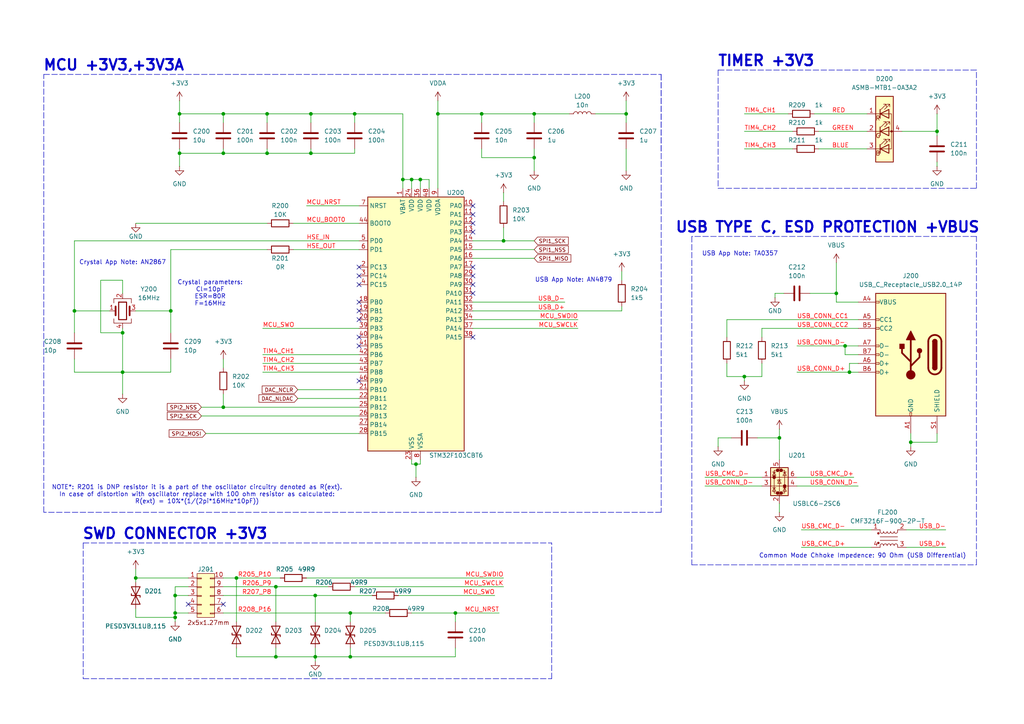
<source format=kicad_sch>
(kicad_sch (version 20231120) (generator "eeschema") (generator_version "8.0")
  (paper "A4")
  (title_block (title "MCU Circuitry") (date "2024-07-24") (company "Head-Pin (TS)"))
  (lib_symbols
    (symbol "Connector:Conn_SWD_2x5_ADACUS"
      (property "Reference" "J" (at -4.572 11.176 0))
      (symbol "Conn_SWD_2x5_ADACUS_1_1"
        (text "2x5x1.27mm\n" (at -1.778 -4.064 0) (effects (font (size 1.27 1.27))))
        (pin passive line (at -7.62 8.89 0) (length 2.54) (name "") (number "1"))
        (pin passive line (at 2.54 8.89 180) (length 2.54) (name "") (number "10"))
        (pin passive line (at -7.62 6.35 0) (length 2.54) (name "") (number "2"))
        (pin passive line (at -7.62 3.81 0) (length 2.54) (name "") (number "3"))
        (pin passive line (at -7.62 1.27 0) (length 2.54) (name "") (number "4"))
        (pin passive line (at -7.62 -1.27 0) (length 2.54) (name "") (number "5"))
        (pin passive line (at 2.54 -1.27 180) (length 2.54) (name "") (number "6"))
        (pin passive line (at 2.54 1.27 180) (length 2.54) (name "") (number "7"))
        (pin passive line (at 2.54 3.81 180) (length 2.54) (name "") (number "8"))
        (pin passive line (at 2.54 6.35 180) (length 2.54) (name "") (number "9"))
      )
    )
    (symbol "Connector:USB_C_Receptacle_USB2.0_14P" (pin_names (offset 1.016))
      (property "Reference" "J" (at 0 22.225 0))
      (property "Value" "USB_C_Receptacle_USB2.0_14P" (at 0 19.685 0))
      (symbol "USB_C_Receptacle_USB2.0_14P_1_1"
        (pin passive line (at 0 -22.86 90) (length 5.08) (name "GND") (number "A1"))
        (pin passive line (at 0 -22.86 90) (length 5.08) hide (name "GND") (number "A12"))
        (pin passive line (at 15.24 15.24 180) (length 5.08) (name "VBUS") (number "A4"))
        (pin bidirectional line (at 15.24 10.16 180) (length 5.08) (name "CC1") (number "A5"))
        (pin bidirectional line (at 15.24 -2.54 180) (length 5.08) (name "D+") (number "A6"))
        (pin bidirectional line (at 15.24 2.54 180) (length 5.08) (name "D-") (number "A7"))
        (pin passive line (at 15.24 15.24 180) (length 5.08) hide (name "VBUS") (number "A9"))
        (pin passive line (at 0 -22.86 90) (length 5.08) hide (name "GND") (number "B1"))
        (pin passive line (at 0 -22.86 90) (length 5.08) hide (name "GND") (number "B12"))
        (pin passive line (at 15.24 15.24 180) (length 5.08) hide (name "VBUS") (number "B4"))
        (pin bidirectional line (at 15.24 7.62 180) (length 5.08) (name "CC2") (number "B5"))
        (pin bidirectional line (at 15.24 -5.08 180) (length 5.08) (name "D+") (number "B6"))
        (pin bidirectional line (at 15.24 0 180) (length 5.08) (name "D-") (number "B7"))
        (pin passive line (at 15.24 15.24 180) (length 5.08) hide (name "VBUS") (number "B9"))
        (pin passive line (at -7.62 -22.86 90) (length 5.08) (name "SHIELD") (number "S1"))
      )
    )
    (symbol "Device:C" (pin_numbers hide) (pin_names (offset 0.254))
      (property "Reference" "C" (at 0.635 2.54 0))
      (property "Value" "C" (at 0.635 -2.54 0))
      (symbol "C_1_1"
        (pin passive line (at 0 3.81 270) (length 2.794) (name "~") (number "1"))
        (pin passive line (at 0 -3.81 90) (length 2.794) (name "~") (number "2"))
      )
    )
    (symbol "Device:Crystal_GND24" (pin_names (offset 1.016) hide)
      (property "Reference" "Y" (at 3.175 5.08 0))
      (property "Value" "Crystal_GND24" (at 3.175 3.175 0))
      (symbol "Crystal_GND24_1_1"
        (pin passive line (at -3.81 0 0) (length 1.27) (name "1") (number "1"))
        (pin passive line (at 0 5.08 270) (length 1.27) (name "2") (number "2"))
        (pin passive line (at 3.81 0 180) (length 1.27) (name "3") (number "3"))
        (pin passive line (at 0 -5.08 90) (length 1.27) (name "4") (number "4"))
      )
    )
    (symbol "Device:D_TVS" (pin_numbers hide) (pin_names (offset 1.016) hide)
      (property "Reference" "D" (at 0 2.54 0))
      (property "Value" "D_TVS" (at 0 -2.54 0))
      (symbol "D_TVS_1_1"
        (pin passive line (at -3.81 0 0) (length 2.54) (name "A1") (number "1"))
        (pin passive line (at 3.81 0 180) (length 2.54) (name "A2") (number "2"))
      )
    )
    (symbol "Device:L" (pin_numbers hide) (pin_names (offset 1.016) hide)
      (property "Reference" "L" (at -1.27 0 90))
      (property "Value" "L" (at 1.905 0 90))
      (symbol "L_1_1"
        (pin passive line (at 0 3.81 270) (length 1.27) (name "1") (number "1"))
        (pin passive line (at 0 -3.81 90) (length 1.27) (name "2") (number "2"))
      )
    )
    (symbol "Device:R" (pin_numbers hide) (pin_names (offset 0))
      (property "Reference" "R" (at 2.032 0 90))
      (property "Value" "R" (at 0 0 90))
      (symbol "R_1_1"
        (pin passive line (at 0 3.81 270) (length 1.27) (name "~") (number "1"))
        (pin passive line (at 0 -3.81 90) (length 1.27) (name "~") (number "2"))
      )
    )
    (symbol "Filter:Choke_Coilcraft_0603USB-142" (pin_names (offset 0.254) hide)
      (property "Reference" "FL" (at 0 4.445 0))
      (property "Value" "Choke_Coilcraft_0603USB-142" (at 0 -4.445 0))
      (symbol "Choke_Coilcraft_0603USB-142_1_1"
        (pin passive line (at -5.08 2.54 0) (length 2.54) (name "1") (number "1"))
        (pin passive line (at 5.08 2.54 180) (length 2.54) (name "2") (number "2"))
        (pin passive line (at 5.08 -2.54 180) (length 2.54) (name "3") (number "3"))
        (pin passive line (at -5.08 -2.54 0) (length 2.54) (name "4") (number "4"))
      )
    )
    (symbol "LED:ASMB-MTB1-0A3A2" (pin_names (offset 0) hide)
      (property "Reference" "D" (at 0 12.7 0))
      (property "Value" "ASMB-MTB1-0A3A2" (at 1.27 -11.43 0))
      (symbol "ASMB-MTB1-0A3A2_0_0"
        (text "B" (at -1.905 -6.35 0) (effects (font (size 1.27 1.27))))
        (text "G" (at -1.905 -1.27 0) (effects (font (size 1.27 1.27))))
        (text "R" (at -1.905 3.81 0) (effects (font (size 1.27 1.27))))
      )
      (symbol "ASMB-MTB1-0A3A2_1_1"
        (pin passive line (at -5.08 5.08 0) (length 2.54) (name "RK") (number "1"))
        (pin passive line (at -5.08 0 0) (length 2.54) (name "GK") (number "2"))
        (pin passive line (at -5.08 -5.08 0) (length 2.54) (name "BK") (number "3"))
        (pin passive line (at 5.08 0 180) (length 2.54) (name "A") (number "4"))
      )
    )
    (symbol "MCU_ST_STM32F1:STM32F103CBTx"
      (property "Reference" "U" (at -12.7 39.37 0))
      (property "Value" "STM32F103CBTx" (at 10.16 39.37 0))
      (symbol "STM32F103CBTx_1_1"
        (pin power_in line (at -2.54 40.64 270) (length 2.54) (name "VBAT") (number "1"))
        (pin bidirectional line (at 17.78 35.56 180) (length 2.54) (name "PA0") (number "10"))
        (pin bidirectional line (at 17.78 33.02 180) (length 2.54) (name "PA1") (number "11"))
        (pin bidirectional line (at 17.78 30.48 180) (length 2.54) (name "PA2") (number "12"))
        (pin bidirectional line (at 17.78 27.94 180) (length 2.54) (name "PA3") (number "13"))
        (pin bidirectional line (at 17.78 25.4 180) (length 2.54) (name "PA4") (number "14"))
        (pin bidirectional line (at 17.78 22.86 180) (length 2.54) (name "PA5") (number "15"))
        (pin bidirectional line (at 17.78 20.32 180) (length 2.54) (name "PA6") (number "16"))
        (pin bidirectional line (at 17.78 17.78 180) (length 2.54) (name "PA7") (number "17"))
        (pin bidirectional line (at -15.24 7.62 0) (length 2.54) (name "PB0") (number "18"))
        (pin bidirectional line (at -15.24 5.08 0) (length 2.54) (name "PB1") (number "19"))
        (pin bidirectional line (at -15.24 17.78 0) (length 2.54) (name "PC13") (number "2"))
        (pin bidirectional line (at -15.24 2.54 0) (length 2.54) (name "PB2") (number "20"))
        (pin bidirectional line (at -15.24 -17.78 0) (length 2.54) (name "PB10") (number "21"))
        (pin bidirectional line (at -15.24 -20.32 0) (length 2.54) (name "PB11") (number "22"))
        (pin power_in line (at 0 -38.1 90) (length 2.54) (name "VSS") (number "23"))
        (pin power_in line (at 0 40.64 270) (length 2.54) (name "VDD") (number "24"))
        (pin bidirectional line (at -15.24 -22.86 0) (length 2.54) (name "PB12") (number "25"))
        (pin bidirectional line (at -15.24 -25.4 0) (length 2.54) (name "PB13") (number "26"))
        (pin bidirectional line (at -15.24 -27.94 0) (length 2.54) (name "PB14") (number "27"))
        (pin bidirectional line (at -15.24 -30.48 0) (length 2.54) (name "PB15") (number "28"))
        (pin bidirectional line (at 17.78 15.24 180) (length 2.54) (name "PA8") (number "29"))
        (pin bidirectional line (at -15.24 15.24 0) (length 2.54) (name "PC14") (number "3"))
        (pin bidirectional line (at 17.78 12.7 180) (length 2.54) (name "PA9") (number "30"))
        (pin bidirectional line (at 17.78 10.16 180) (length 2.54) (name "PA10") (number "31"))
        (pin bidirectional line (at 17.78 7.62 180) (length 2.54) (name "PA11") (number "32"))
        (pin bidirectional line (at 17.78 5.08 180) (length 2.54) (name "PA12") (number "33"))
        (pin bidirectional line (at 17.78 2.54 180) (length 2.54) (name "PA13") (number "34"))
        (pin passive line (at 0 -38.1 90) (length 2.54) hide (name "VSS") (number "35"))
        (pin power_in line (at 2.54 40.64 270) (length 2.54) (name "VDD") (number "36"))
        (pin bidirectional line (at 17.78 0 180) (length 2.54) (name "PA14") (number "37"))
        (pin bidirectional line (at 17.78 -2.54 180) (length 2.54) (name "PA15") (number "38"))
        (pin bidirectional line (at -15.24 0 0) (length 2.54) (name "PB3") (number "39"))
        (pin bidirectional line (at -15.24 12.7 0) (length 2.54) (name "PC15") (number "4"))
        (pin bidirectional line (at -15.24 -2.54 0) (length 2.54) (name "PB4") (number "40"))
        (pin bidirectional line (at -15.24 -5.08 0) (length 2.54) (name "PB5") (number "41"))
        (pin bidirectional line (at -15.24 -7.62 0) (length 2.54) (name "PB6") (number "42"))
        (pin bidirectional line (at -15.24 -10.16 0) (length 2.54) (name "PB7") (number "43"))
        (pin input line (at -15.24 30.48 0) (length 2.54) (name "BOOT0") (number "44"))
        (pin bidirectional line (at -15.24 -12.7 0) (length 2.54) (name "PB8") (number "45"))
        (pin bidirectional line (at -15.24 -15.24 0) (length 2.54) (name "PB9") (number "46"))
        (pin passive line (at 0 -38.1 90) (length 2.54) hide (name "VSS") (number "47"))
        (pin power_in line (at 5.08 40.64 270) (length 2.54) (name "VDD") (number "48"))
        (pin bidirectional line (at -15.24 25.4 0) (length 2.54) (name "PD0") (number "5"))
        (pin bidirectional line (at -15.24 22.86 0) (length 2.54) (name "PD1") (number "6"))
        (pin input line (at -15.24 35.56 0) (length 2.54) (name "NRST") (number "7"))
        (pin power_in line (at 2.54 -38.1 90) (length 2.54) (name "VSSA") (number "8"))
        (pin power_in line (at 7.62 40.64 270) (length 2.54) (name "VDDA") (number "9"))
      )
    )
    (symbol "Power_Protection:USBLC6-2SC6" (pin_names hide)
      (property "Reference" "U" (at 0.635 5.715 0))
      (property "Value" "USBLC6-2SC6" (at 0.635 3.81 0))
      (symbol "USBLC6-2SC6_1_1"
        (pin passive line (at -5.08 0 0) (length 2.54) (name "I/O1") (number "1"))
        (pin passive line (at 0 -7.62 90) (length 2.54) (name "GND") (number "2"))
        (pin passive line (at -5.08 -2.54 0) (length 2.54) (name "I/O2") (number "3"))
        (pin passive line (at 5.08 -2.54 180) (length 2.54) (name "I/O2") (number "4"))
        (pin passive line (at 0 5.08 270) (length 2.54) (name "VBUS") (number "5"))
        (pin passive line (at 5.08 0 180) (length 2.54) (name "I/O1") (number "6"))
      )
    )
    (symbol "power:+3V3" (power) (pin_numbers hide) (pin_names (offset 0) hide)
      (property "Value" "+3V3" (at 0 3.556 0))
      (symbol "+3V3_1_1"
        (pin power_in line (at 0 0 90) (length 0) (name "~") (number "1"))
      )
    )
    (symbol "power:GND" (power) (pin_numbers hide) (pin_names (offset 0) hide)
      (property "Value" "GND" (at 0 -3.81 0))
      (symbol "GND_1_1"
        (pin power_in line (at 0 0 270) (length 0) (name "~") (number "1"))
      )
    )
    (symbol "power:VBUS" (power) (pin_numbers hide) (pin_names (offset 0) hide)
      (property "Value" "VBUS" (at 0 3.556 0))
      (symbol "VBUS_1_1"
        (pin power_in line (at 0 0 90) (length 0) (name "~") (number "1"))
      )
    )
    (symbol "power:VDDA" (power) (pin_numbers hide) (pin_names (offset 0) hide)
      (property "Value" "VDDA" (at 0 3.556 0))
      (symbol "VDDA_1_1"
        (pin power_in line (at 0 0 90) (length 0) (name "~") (number "1"))
      )
    )
  )
  (junction (at 101.6 190.5))
  (junction (at 52.07 33.02))
  (junction (at 154.94 33.02))
  (junction (at 91.44 190.5))
  (junction (at 64.77 118.11))
  (junction (at 21.59 90.17))
  (junction (at 64.77 33.02))
  (junction (at 90.17 33.02))
  (junction (at 101.6 177.8))
  (junction (at 50.8 172.72))
  (junction (at 52.07 44.45))
  (junction (at 80.01 190.5))
  (junction (at 264.16 128.27))
  (junction (at 271.78 38.1))
  (junction (at 50.8 177.8))
  (junction (at 80.01 170.18))
  (junction (at 215.9 109.22))
  (junction (at 39.37 167.64))
  (junction (at 35.56 96.52))
  (junction (at 68.58 167.64))
  (junction (at 181.61 33.02))
  (junction (at 77.47 33.02))
  (junction (at 35.56 107.95))
  (junction (at 121.92 52.07))
  (junction (at 50.8 179.07))
  (junction (at 49.53 90.17))
  (junction (at 91.44 172.72))
  (junction (at 132.08 177.8))
  (junction (at 146.05 69.85))
  (junction (at 139.7 33.02))
  (junction (at 242.57 85.09))
  (junction (at 226.06 127))
  (junction (at 102.87 33.02))
  (junction (at 154.94 45.72))
  (junction (at 246.38 107.95))
  (junction (at 120.65 134.62))
  (junction (at 245.11 100.33))
  (junction (at 64.77 44.45))
  (junction (at 116.84 52.07))
  (junction (at 119.38 52.07))
  (junction (at 77.47 44.45))
  (junction (at 127 33.02))
  (junction (at 90.17 44.45))
  (no_connect (at 104.14 82.55))
  (no_connect (at 137.16 85.09))
  (no_connect (at 137.16 62.23))
  (no_connect (at 137.16 59.69))
  (no_connect (at 104.14 87.63))
  (no_connect (at 104.14 97.79))
  (no_connect (at 137.16 64.77))
  (no_connect (at 104.14 90.17))
  (no_connect (at 137.16 67.31))
  (no_connect (at 137.16 77.47))
  (no_connect (at 104.14 110.49))
  (no_connect (at 137.16 97.79))
  (no_connect (at 137.16 82.55))
  (no_connect (at 137.16 80.01))
  (no_connect (at 64.77 175.26))
  (no_connect (at 104.14 100.33))
  (no_connect (at 54.61 175.26))
  (no_connect (at 104.14 92.71))
  (no_connect (at 104.14 77.47))
  (no_connect (at 104.14 80.01))
  (wire (pts (xy 76.2 95.25) (xy 104.14 95.25)))
  (wire (pts (xy 127 33.02) (xy 139.7 33.02)))
  (wire (pts (xy 231.14 100.33) (xy 245.11 100.33)))
  (wire (pts (xy 35.56 85.09) (xy 35.56 81.28)))
  (polyline (pts (xy 200.66 68.58) (xy 200.66 163.83)) (stroke (width 0) (type dash)))
  (wire (pts (xy 88.9 167.64) (xy 146.05 167.64)))
  (wire (pts (xy 224.79 85.09) (xy 224.79 86.36)))
  (wire (pts (xy 39.37 167.64) (xy 39.37 168.91)))
  (wire (pts (xy 132.08 177.8) (xy 144.78 177.8)))
  (wire (pts (xy 52.07 43.18) (xy 52.07 44.45)))
  (wire (pts (xy 146.05 66.04) (xy 146.05 69.85)))
  (wire (pts (xy 232.41 158.75) (xy 252.73 158.75)))
  (wire (pts (xy 271.78 33.02) (xy 271.78 38.1)))
  (wire (pts (xy 52.07 33.02) (xy 52.07 35.56)))
  (wire (pts (xy 262.89 153.67) (xy 274.32 153.67)))
  (wire (pts (xy 120.65 134.62) (xy 121.92 134.62)))
  (wire (pts (xy 139.7 33.02) (xy 154.94 33.02)))
  (polyline (pts (xy 208.28 20.32) (xy 208.28 20.32)))
  (wire (pts (xy 91.44 187.96) (xy 91.44 190.5)))
  (wire (pts (xy 52.07 33.02) (xy 64.77 33.02)))
  (polyline (pts (xy 191.77 21.59) (xy 191.77 44.45)) (stroke (width 0) (type dash)))
  (wire (pts (xy 77.47 43.18) (xy 77.47 44.45)))
  (wire (pts (xy 154.94 43.18) (xy 154.94 45.72)))
  (wire (pts (xy 50.8 179.07) (xy 50.8 180.34)))
  (wire (pts (xy 90.17 33.02) (xy 102.87 33.02)))
  (wire (pts (xy 132.08 177.8) (xy 132.08 180.34)))
  (wire (pts (xy 226.06 127) (xy 226.06 133.35)))
  (wire (pts (xy 139.7 33.02) (xy 139.7 35.56)))
  (polyline (pts (xy 283.21 20.32) (xy 208.28 20.32)) (stroke (width 0) (type dash)))
  (wire (pts (xy 49.53 90.17) (xy 49.53 96.52)))
  (wire (pts (xy 102.87 170.18) (xy 146.05 170.18)))
  (wire (pts (xy 210.82 109.22) (xy 215.9 109.22)))
  (wire (pts (xy 137.16 92.71) (xy 167.64 92.71)))
  (wire (pts (xy 21.59 90.17) (xy 21.59 96.52)))
  (wire (pts (xy 146.05 69.85) (xy 154.94 69.85)))
  (wire (pts (xy 104.14 69.85) (xy 21.59 69.85)))
  (wire (pts (xy 248.92 105.41) (xy 246.38 105.41)))
  (wire (pts (xy 231.14 107.95) (xy 246.38 107.95)))
  (wire (pts (xy 102.87 33.02) (xy 102.87 35.56)))
  (wire (pts (xy 119.38 177.8) (xy 132.08 177.8)))
  (wire (pts (xy 39.37 90.17) (xy 49.53 90.17)))
  (wire (pts (xy 220.98 105.41) (xy 220.98 109.22)))
  (wire (pts (xy 154.94 35.56) (xy 154.94 33.02)))
  (wire (pts (xy 80.01 190.5) (xy 91.44 190.5)))
  (wire (pts (xy 139.7 45.72) (xy 154.94 45.72)))
  (wire (pts (xy 137.16 69.85) (xy 146.05 69.85)))
  (polyline (pts (xy 160.02 196.85) (xy 160.02 157.48)) (stroke (width 0) (type dash)))
  (wire (pts (xy 127 33.02) (xy 127 54.61)))
  (wire (pts (xy 64.77 33.02) (xy 77.47 33.02)))
  (wire (pts (xy 119.38 134.62) (xy 120.65 134.62)))
  (wire (pts (xy 54.61 177.8) (xy 50.8 177.8)))
  (wire (pts (xy 64.77 104.14) (xy 64.77 106.68)))
  (wire (pts (xy 35.56 107.95) (xy 49.53 107.95)))
  (wire (pts (xy 52.07 33.02) (xy 52.07 29.21)))
  (wire (pts (xy 119.38 54.61) (xy 119.38 52.07)))
  (wire (pts (xy 76.2 105.41) (xy 104.14 105.41)))
  (polyline (pts (xy 191.77 148.59) (xy 12.7 148.59)) (stroke (width 0) (type dash)))
  (polyline (pts (xy 24.13 157.48) (xy 24.13 196.85)) (stroke (width 0) (type dash)))
  (wire (pts (xy 237.49 38.1) (xy 251.46 38.1)))
  (wire (pts (xy 119.38 133.35) (xy 119.38 134.62)))
  (wire (pts (xy 236.22 33.02) (xy 251.46 33.02)))
  (wire (pts (xy 219.71 127) (xy 226.06 127)))
  (wire (pts (xy 215.9 38.1) (xy 229.87 38.1)))
  (wire (pts (xy 210.82 105.41) (xy 210.82 109.22)))
  (wire (pts (xy 248.92 87.63) (xy 242.57 87.63)))
  (wire (pts (xy 234.95 85.09) (xy 242.57 85.09)))
  (wire (pts (xy 64.77 44.45) (xy 77.47 44.45)))
  (wire (pts (xy 90.17 33.02) (xy 90.17 35.56)))
  (wire (pts (xy 101.6 177.8) (xy 111.76 177.8)))
  (wire (pts (xy 68.58 190.5) (xy 80.01 190.5)))
  (wire (pts (xy 80.01 170.18) (xy 95.25 170.18)))
  (wire (pts (xy 181.61 29.21) (xy 181.61 33.02)))
  (wire (pts (xy 139.7 43.18) (xy 139.7 45.72)))
  (wire (pts (xy 21.59 90.17) (xy 31.75 90.17)))
  (wire (pts (xy 215.9 43.18) (xy 229.87 43.18)))
  (wire (pts (xy 137.16 74.93) (xy 154.94 74.93)))
  (wire (pts (xy 85.09 72.39) (xy 104.14 72.39)))
  (wire (pts (xy 101.6 177.8) (xy 101.6 180.34)))
  (wire (pts (xy 39.37 167.64) (xy 54.61 167.64)))
  (wire (pts (xy 231.14 138.43) (xy 247.65 138.43)))
  (polyline (pts (xy 200.66 163.83) (xy 283.21 163.83)) (stroke (width 0) (type dash)))
  (wire (pts (xy 124.46 54.61) (xy 124.46 52.07)))
  (wire (pts (xy 264.16 128.27) (xy 271.78 128.27)))
  (wire (pts (xy 80.01 170.18) (xy 80.01 180.34)))
  (wire (pts (xy 35.56 95.25) (xy 35.56 96.52)))
  (wire (pts (xy 172.72 33.02) (xy 181.61 33.02)))
  (wire (pts (xy 54.61 170.18) (xy 50.8 170.18)))
  (wire (pts (xy 245.11 102.87) (xy 245.11 100.33)))
  (wire (pts (xy 35.56 107.95) (xy 35.56 114.3)))
  (wire (pts (xy 181.61 43.18) (xy 181.61 49.53)))
  (wire (pts (xy 137.16 72.39) (xy 154.94 72.39)))
  (wire (pts (xy 212.09 127) (xy 208.28 127)))
  (wire (pts (xy 39.37 165.1) (xy 39.37 167.64)))
  (wire (pts (xy 137.16 95.25) (xy 167.64 95.25)))
  (wire (pts (xy 39.37 179.07) (xy 50.8 179.07)))
  (wire (pts (xy 245.11 102.87) (xy 248.92 102.87)))
  (wire (pts (xy 204.47 140.97) (xy 220.98 140.97)))
  (wire (pts (xy 231.14 140.97) (xy 248.92 140.97)))
  (wire (pts (xy 76.2 107.95) (xy 104.14 107.95)))
  (wire (pts (xy 91.44 190.5) (xy 101.6 190.5)))
  (polyline (pts (xy 283.21 163.83) (xy 283.21 68.58)) (stroke (width 0) (type dash)))
  (wire (pts (xy 50.8 172.72) (xy 54.61 172.72)))
  (wire (pts (xy 64.77 118.11) (xy 104.14 118.11)))
  (wire (pts (xy 101.6 187.96) (xy 101.6 190.5)))
  (wire (pts (xy 35.56 81.28) (xy 29.21 81.28)))
  (wire (pts (xy 64.77 33.02) (xy 64.77 35.56)))
  (wire (pts (xy 220.98 97.79) (xy 220.98 95.25)))
  (polyline (pts (xy 191.77 21.59) (xy 191.77 148.59)) (stroke (width 0) (type dash)))
  (wire (pts (xy 68.58 167.64) (xy 68.58 180.34)))
  (wire (pts (xy 120.65 134.62) (xy 120.65 138.43)))
  (wire (pts (xy 50.8 170.18) (xy 50.8 172.72)))
  (wire (pts (xy 58.42 118.11) (xy 64.77 118.11)))
  (wire (pts (xy 137.16 87.63) (xy 163.83 87.63)))
  (wire (pts (xy 246.38 107.95) (xy 248.92 107.95)))
  (wire (pts (xy 64.77 114.3) (xy 64.77 118.11)))
  (wire (pts (xy 215.9 109.22) (xy 220.98 109.22)))
  (polyline (pts (xy 12.7 21.59) (xy 191.77 21.59)) (stroke (width 0) (type dash)))
  (wire (pts (xy 245.11 100.33) (xy 248.92 100.33)))
  (wire (pts (xy 242.57 76.2) (xy 242.57 85.09)))
  (wire (pts (xy 64.77 172.72) (xy 91.44 172.72)))
  (wire (pts (xy 21.59 69.85) (xy 21.59 90.17)))
  (wire (pts (xy 137.16 90.17) (xy 180.34 90.17)))
  (wire (pts (xy 86.36 115.57) (xy 104.14 115.57)))
  (wire (pts (xy 52.07 44.45) (xy 64.77 44.45)))
  (wire (pts (xy 35.56 96.52) (xy 35.56 107.95)))
  (wire (pts (xy 226.06 146.05) (xy 226.06 148.59)))
  (wire (pts (xy 80.01 187.96) (xy 80.01 190.5)))
  (wire (pts (xy 29.21 81.28) (xy 29.21 96.52)))
  (wire (pts (xy 21.59 104.14) (xy 21.59 107.95)))
  (wire (pts (xy 271.78 46.99) (xy 271.78 48.26)))
  (wire (pts (xy 49.53 72.39) (xy 49.53 90.17)))
  (wire (pts (xy 264.16 125.73) (xy 264.16 128.27)))
  (wire (pts (xy 39.37 64.77) (xy 77.47 64.77)))
  (wire (pts (xy 76.2 102.87) (xy 104.14 102.87)))
  (polyline (pts (xy 12.7 148.59) (xy 12.7 21.59)) (stroke (width 0) (type dash)))
  (wire (pts (xy 85.09 64.77) (xy 104.14 64.77)))
  (wire (pts (xy 271.78 38.1) (xy 271.78 39.37)))
  (wire (pts (xy 261.62 38.1) (xy 271.78 38.1)))
  (wire (pts (xy 146.05 55.88) (xy 146.05 58.42)))
  (polyline (pts (xy 24.13 196.85) (xy 160.02 196.85)) (stroke (width 0) (type dash)))
  (wire (pts (xy 59.69 125.73) (xy 104.14 125.73)))
  (wire (pts (xy 39.37 176.53) (xy 39.37 179.07)))
  (wire (pts (xy 77.47 33.02) (xy 90.17 33.02)))
  (wire (pts (xy 121.92 133.35) (xy 121.92 134.62)))
  (wire (pts (xy 127 29.21) (xy 127 33.02)))
  (wire (pts (xy 262.89 158.75) (xy 274.32 158.75)))
  (wire (pts (xy 50.8 179.07) (xy 50.8 177.8)))
  (wire (pts (xy 77.47 33.02) (xy 77.47 35.56)))
  (wire (pts (xy 271.78 125.73) (xy 271.78 128.27)))
  (wire (pts (xy 154.94 45.72) (xy 154.94 49.53)))
  (wire (pts (xy 228.6 33.02) (xy 215.9 33.02)))
  (wire (pts (xy 204.47 138.43) (xy 220.98 138.43)))
  (wire (pts (xy 210.82 92.71) (xy 248.92 92.71)))
  (wire (pts (xy 88.9 59.69) (xy 104.14 59.69)))
  (wire (pts (xy 226.06 124.46) (xy 226.06 127)))
  (polyline (pts (xy 283.21 54.61) (xy 283.21 20.32)) (stroke (width 0) (type dash)))
  (wire (pts (xy 91.44 172.72) (xy 107.95 172.72)))
  (wire (pts (xy 21.59 107.95) (xy 35.56 107.95)))
  (wire (pts (xy 242.57 87.63) (xy 242.57 85.09)))
  (wire (pts (xy 116.84 52.07) (xy 119.38 52.07)))
  (wire (pts (xy 181.61 33.02) (xy 181.61 35.56)))
  (wire (pts (xy 227.33 85.09) (xy 224.79 85.09)))
  (wire (pts (xy 116.84 52.07) (xy 116.84 33.02)))
  (wire (pts (xy 121.92 52.07) (xy 124.46 52.07)))
  (wire (pts (xy 119.38 52.07) (xy 121.92 52.07)))
  (wire (pts (xy 64.77 43.18) (xy 64.77 44.45)))
  (wire (pts (xy 102.87 33.02) (xy 116.84 33.02)))
  (wire (pts (xy 64.77 170.18) (xy 80.01 170.18)))
  (wire (pts (xy 90.17 44.45) (xy 102.87 44.45)))
  (wire (pts (xy 58.42 120.65) (xy 104.14 120.65)))
  (wire (pts (xy 116.84 54.61) (xy 116.84 52.07)))
  (wire (pts (xy 232.41 153.67) (xy 252.73 153.67)))
  (wire (pts (xy 121.92 54.61) (xy 121.92 52.07)))
  (wire (pts (xy 64.77 177.8) (xy 101.6 177.8)))
  (wire (pts (xy 180.34 88.9) (xy 180.34 90.17)))
  (wire (pts (xy 246.38 105.41) (xy 246.38 107.95)))
  (wire (pts (xy 49.53 72.39) (xy 77.47 72.39)))
  (wire (pts (xy 237.49 43.18) (xy 251.46 43.18)))
  (polyline (pts (xy 208.28 54.61) (xy 283.21 54.61)) (stroke (width 0) (type dash)))
  (wire (pts (xy 208.28 127) (xy 208.28 129.54)))
  (wire (pts (xy 91.44 172.72) (xy 91.44 180.34)))
  (wire (pts (xy 180.34 78.74) (xy 180.34 81.28)))
  (polyline (pts (xy 283.21 68.58) (xy 200.66 68.58)) (stroke (width 0) (type dash)))
  (wire (pts (xy 215.9 109.22) (xy 215.9 110.49)))
  (wire (pts (xy 154.94 33.02) (xy 165.1 33.02)))
  (polyline (pts (xy 208.28 20.32) (xy 208.28 54.61)) (stroke (width 0) (type dash)))
  (wire (pts (xy 68.58 167.64) (xy 81.28 167.64)))
  (polyline (pts (xy 24.13 157.48) (xy 160.02 157.48)) (stroke (width 0) (type dash)))
  (wire (pts (xy 86.36 113.03) (xy 104.14 113.03)))
  (wire (pts (xy 115.57 172.72) (xy 143.51 172.72)))
  (wire (pts (xy 132.08 187.96) (xy 132.08 190.5)))
  (wire (pts (xy 91.44 191.77) (xy 91.44 190.5)))
  (wire (pts (xy 210.82 92.71) (xy 210.82 97.79)))
  (wire (pts (xy 29.21 96.52) (xy 35.56 96.52)))
  (wire (pts (xy 264.16 128.27) (xy 264.16 129.54)))
  (wire (pts (xy 49.53 104.14) (xy 49.53 107.95)))
  (wire (pts (xy 50.8 172.72) (xy 50.8 177.8)))
  (wire (pts (xy 77.47 44.45) (xy 90.17 44.45)))
  (wire (pts (xy 68.58 187.96) (xy 68.58 190.5)))
  (wire (pts (xy 64.77 167.64) (xy 68.58 167.64)))
  (wire (pts (xy 102.87 44.45) (xy 102.87 43.18)))
  (wire (pts (xy 52.07 44.45) (xy 52.07 48.26)))
  (wire (pts (xy 90.17 43.18) (xy 90.17 44.45)))
  (wire (pts (xy 101.6 190.5) (xy 132.08 190.5)))
  (wire (pts (xy 220.98 95.25) (xy 248.92 95.25)))
  (text "USB TYPE C, ESD PROTECTION +VBUS" (at 240.03 66.04 0) (effects (font (size 3.048 3.048) (thickness 0.6096) (bold yes))))
  (text "SWD CONNECTOR +3V3" (at 50.8 154.94 0) (effects (font (size 3.048 3.048) (thickness 0.6096) (bold yes))))
  (text "Common Mode Chhoke Impedence: 90 Ohm (USB Differential)" (at 250.19 161.29 0) (effects (font (size 1.27 1.27))))
  (text "Crystal App Note: AN2867\n" (at 35.56 76.2 0) (effects (font (size 1.27 1.27))))
  (text "USB App Note: TA0357\n" (at 214.63 73.66 0) (effects (font (size 1.27 1.27))))
  (text "NOTE*: R201 is DNP resistor it is a part of the oscillator circuitry denoted as R(ext).\nIn case of distortion with oscillator replace with 100 ohm resistor as calculated:\nR(ext) = 10%*(1/(2pi*16MHz*10pF))" (at 57.15 143.51 0) (effects (font (size 1.27 1.27))))
  (text "Crystal parameters:\nCl=10pF\nESR=80R\nF=16MHz\n" (at 60.96 85.09 0) (effects (font (size 1.27 1.27))))
  (text "TIMER +3V3" (at 222.25 17.78 0) (effects (font (size 3.048 3.048) (thickness 0.6096) (bold yes))))
  (text "MCU +3V3,+3V3A" (at 33.02 19.05 0) (effects (font (size 3.048 3.048) (thickness 0.6096) (bold yes))))
  (text "USB App Note: AN4879\n" (at 166.37 81.28 0) (effects (font (size 1.27 1.27))))
  (label "USB_D+" (at 274.32 158.75 180))
  (label "USB_CMC_D-" (at 232.41 153.67 0))
  (label "HSE_IN" (at 88.9 69.85 0))
  (label "USB_D-" (at 163.83 87.63 180))
  (label "USB_CMC_D+" (at 247.65 138.43 180))
  (label "MCU_SWCLK" (at 167.64 95.25 180))
  (label "USB_CONN_D-" (at 204.47 140.97 0))
  (label "MCU_SWO" (at 143.51 172.72 180))
  (label "MCU_SWDIO" (at 167.64 92.71 180))
  (label "TIM4_CH3" (at 215.9 43.18 0))
  (label "MCU_SWDIO" (at 146.05 167.64 180))
  (label "USB_D+" (at 163.83 90.17 180))
  (label "TIM4_CH2" (at 215.9 38.1 0))
  (label "GREEN" (at 241.3 38.1 0))
  (label "TIM4_CH1" (at 215.9 33.02 0))
  (label "USB_D-" (at 274.32 153.67 180))
  (label "R205_P10" (at 78.74 167.64 180))
  (label "MCU_BOOT0" (at 88.9 64.77 0))
  (label "TIM4_CH1" (at 76.2 102.87 0))
  (label "MCU_SWO" (at 76.2 95.25 0))
  (label "R206_P9" (at 78.74 170.18 180))
  (label "USB_CONN_CC1" (at 231.14 92.71 0))
  (label "USB_CONN_D+" (at 231.14 107.95 0))
  (label "USB_CONN_CC2" (at 231.14 95.25 0))
  (label "HSE_OUT" (at 88.9 72.39 0))
  (label "TIM4_CH2" (at 76.2 105.41 0))
  (label "USB_CMC_D-" (at 204.47 138.43 0))
  (label "MCU_NRST" (at 88.9 59.69 0))
  (label "MCU_NRST" (at 144.78 177.8 180))
  (label "USB_CMC_D+" (at 232.41 158.75 0))
  (label "USB_CONN_D-" (at 231.14 100.33 0))
  (label "R208_P16" (at 78.74 177.8 180))
  (label "RED" (at 241.3 33.02 0))
  (label "BLUE" (at 241.3 43.18 0))
  (label "USB_CONN_D-" (at 248.92 140.97 180))
  (label "MCU_SWCLK" (at 146.05 170.18 180))
  (label "R207_P8" (at 78.74 172.72 180))
  (label "TIM4_CH3" (at 76.2 107.95 0))
  (global_label "DAC_NLDAC" (shape input) (at 86.36 115.57 180) (effects (font (size 1.1 1.1))) (property "Intersheetrefs" "${INTERSHEET_REFS}" (effects (hide yes))))
  (global_label "SPI2_MOSI" (shape input) (at 59.69 125.73 180) (effects (font (size 1.1 1.1))) (property "Intersheetrefs" "${INTERSHEET_REFS}" (effects (hide yes))))
  (global_label "SPI1_NSS" (shape input) (at 154.94 72.39 0) (effects (font (size 1.1 1.1))) (property "Intersheetrefs" "${INTERSHEET_REFS}" (effects (hide yes))))
  (global_label "SPI1_MISO" (shape input) (at 154.94 74.93 0) (effects (font (size 1.1 1.1))) (property "Intersheetrefs" "${INTERSHEET_REFS}" (effects (hide yes))))
  (global_label "SPI2_SCK" (shape input) (at 58.42 120.65 180) (effects (font (size 1.1 1.1))) (property "Intersheetrefs" "${INTERSHEET_REFS}" (effects (hide yes))))
  (global_label "SPI1_SCK" (shape input) (at 154.94 69.85 0) (effects (font (size 1.1 1.1))) (property "Intersheetrefs" "${INTERSHEET_REFS}" (effects (hide yes))))
  (global_label "DAC_NCLR" (shape input) (at 86.36 113.03 180) (effects (font (size 1.1 1.1))) (property "Intersheetrefs" "${INTERSHEET_REFS}" (effects (hide yes))))
  (global_label "SPI2_NSS" (shape input) (at 58.42 118.11 180) (effects (font (size 1.1 1.1))) (property "Intersheetrefs" "${INTERSHEET_REFS}" (effects (hide yes))))
  (symbol (lib_id "power:GND") (at 224.79 86.36 0) (unit 1)
    (property "Reference" "#PWR033" (effects (hide yes)))
    (property "Value" "GND" (at 224.79 90.17 0))
    (property "Description" "Power symbol creates a global label with name \"GND\" , ground" (effects (hide yes)))
  )
  (symbol (lib_id "Power_Protection:USBLC6-2SC6") (at 226.06 138.43 0) (unit 1)
    (property "Reference" "U201" (at 228.6 132.08 0) (effects (justify left)))
    (property "Value" "USBLC6-2SC6" (at 229.87 146.05 0) (effects (justify left)))
    (property "Footprint" "Package_TO_SOT_SMD:SOT-23-6" (effects (hide yes)))
    (property "Datasheet" "https://www.st.com/resource/en/datasheet/usblc6-2.pdf" (effects (hide yes)))
    (property "Description" "Very low capacitance ESD protection diode, 2 data-line, SOT-23-6" (effects (hide yes)))
  )
  (symbol (lib_id "power:GND") (at 226.06 148.59 0) (unit 1)
    (property "Reference" "#PWR038" (effects (hide yes)))
    (property "Value" "GND" (at 226.06 153.67 0))
    (property "Description" "Power symbol creates a global label with name \"GND\" , ground" (effects (hide yes)))
  )
  (symbol (lib_id "Device:C") (at 49.53 100.33 0) (unit 1)
    (property "Reference" "C209" (at 53.34 99.0599 0) (effects (justify left)))
    (property "Value" "10p" (at 53.34 101.5999 0) (effects (justify left)))
    (property "Description" "Unpolarized capacitor" (effects (hide yes)))
  )
  (symbol (lib_id "power:+3V3") (at 64.77 104.14 0) (unit 1)
    (property "Reference" "#PWR026" (effects (hide yes)))
    (property "Value" "+3V3" (at 64.77 99.06 0))
    (property "Description" "Power symbol creates a global label with name \"+3V3\"" (effects (hide yes)))
  )
  (symbol (lib_id "Device:R") (at 99.06 170.18 90) (unit 1)
    (property "Reference" "R206" (at 93.98 168.91 90))
    (property "Value" "49R9" (at 104.14 168.91 90))
    (property "Description" "Resistor" (effects (hide yes)))
  )
  (symbol (lib_id "Device:R") (at 233.68 43.18 90) (unit 1)
    (property "Reference" "R211" (at 231.14 40.64 90))
    (property "Value" "1k" (at 237.49 40.64 90))
    (property "Description" "Resistor" (effects (hide yes)))
  )
  (symbol (lib_id "Device:C") (at 102.87 39.37 0) (unit 1)
    (property "Reference" "C204" (at 106.68 38.0999 0) (effects (justify left)))
    (property "Value" "100n" (at 106.68 40.6399 0) (effects (justify left)))
    (property "Description" "Unpolarized capacitor" (effects (hide yes)))
  )
  (symbol (lib_id "Device:R") (at 64.77 110.49 0) (unit 1)
    (property "Reference" "R202" (at 67.31 109.2199 0) (effects (justify left)))
    (property "Value" "10K" (at 67.31 111.7599 0) (effects (justify left)))
    (property "Description" "Resistor" (effects (hide yes)))
  )
  (symbol (lib_id "Device:C") (at 132.08 184.15 0) (unit 1)
    (property "Reference" "C210" (at 135.89 182.8799 0) (effects (justify left)))
    (property "Value" "100n" (at 135.89 185.4199 0) (effects (justify left)))
    (property "Description" "Unpolarized capacitor" (effects (hide yes)))
  )
  (symbol (lib_id "Device:R") (at 111.76 172.72 90) (unit 1)
    (property "Reference" "R207" (at 106.68 171.45 90))
    (property "Value" "49R9" (at 116.84 171.45 90))
    (property "Description" "Resistor" (effects (hide yes)))
  )
  (symbol (lib_id "Device:C") (at 215.9 127 90) (unit 1)
    (property "Reference" "C213" (at 215.9 119.38 90))
    (property "Value" "100n" (at 215.9 121.92 90))
    (property "Description" "Unpolarized capacitor" (effects (hide yes)))
  )
  (symbol (lib_id "Device:C") (at 90.17 39.37 0) (unit 1)
    (property "Reference" "C203" (at 93.98 38.0999 0) (effects (justify left)))
    (property "Value" "100n" (at 93.98 40.6399 0) (effects (justify left)))
    (property "Description" "Unpolarized capacitor" (effects (hide yes)))
  )
  (symbol (lib_id "Device:R") (at 146.05 62.23 0) (unit 1)
    (property "Reference" "R203" (at 148.59 60.9599 0) (effects (justify left)))
    (property "Value" "10K" (at 148.59 63.4999 0) (effects (justify left)))
    (property "Description" "Resistor" (effects (hide yes)))
  )
  (symbol (lib_id "LED:ASMB-MTB1-0A3A2") (at 256.54 38.1 0) (unit 1)
    (property "Reference" "D200" (at 256.54 22.86 0))
    (property "Value" "ASMB-MTB1-0A3A2" (at 256.54 25.4 0))
    (property "Footprint" "LED_SMD:LED_Avago_PLCC4_3.2x2.8mm_CW" (effects (hide yes)))
    (property "Datasheet" "https://docs.broadcom.com/docs/AV02-4194EN" (effects (hide yes)))
    (property "Description" "Tricolor Black Surface LED, Common Anode Pin 4, PLCC-4" (effects (hide yes)))
  )
  (symbol (lib_id "Device:R") (at 81.28 64.77 90) (unit 1)
    (property "Reference" "R200" (at 81.28 59.69 90))
    (property "Value" "10K" (at 81.28 62.23 90))
    (property "Description" "Resistor" (effects (hide yes)))
  )
  (symbol (lib_id "power:+3V3") (at 146.05 55.88 0) (unit 1)
    (property "Reference" "#PWR030" (effects (hide yes)))
    (property "Value" "+3V3" (at 146.05 50.8 0))
    (property "Description" "Power symbol creates a global label with name \"+3V3\"" (effects (hide yes)))
  )
  (symbol (lib_id "power:GND") (at 35.56 114.3 0) (unit 1)
    (property "Reference" "#PWR018" (effects (hide yes)))
    (property "Value" "GND" (at 35.56 119.38 0))
    (property "Description" "Power symbol creates a global label with name \"GND\" , ground" (effects (hide yes)))
  )
  (symbol (lib_id "Device:C") (at 181.61 39.37 0) (unit 1)
    (property "Reference" "C207" (at 185.42 38.0999 0) (effects (justify left)))
    (property "Value" "1u" (at 185.42 40.6399 0) (effects (justify left)))
    (property "Description" "Unpolarized capacitor" (effects (hide yes)))
  )
  (symbol (lib_id "Device:R") (at 210.82 101.6 0) (unit 1)
    (property "Reference" "R212" (at 213.36 100.3299 0) (effects (justify left)))
    (property "Value" "5k1" (at 213.36 102.8699 0) (effects (justify left)))
    (property "Description" "Resistor" (effects (hide yes)))
  )
  (symbol (lib_id "power:GND") (at 181.61 49.53 0) (unit 1)
    (property "Reference" "#PWR025" (effects (hide yes)))
    (property "Value" "GND" (at 181.61 54.61 0))
    (property "Description" "Power symbol creates a global label with name \"GND\" , ground" (effects (hide yes)))
  )
  (symbol (lib_id "Device:R") (at 233.68 38.1 90) (unit 1)
    (property "Reference" "R210" (at 231.14 35.56 90))
    (property "Value" "1k" (at 237.49 35.56 90))
    (property "Description" "Resistor" (effects (hide yes)))
  )
  (symbol (lib_id "power:+3V3") (at 52.07 29.21 0) (unit 1)
    (property "Reference" "#PWR020" (effects (hide yes)))
    (property "Value" "+3V3" (at 52.07 24.13 0))
    (property "Description" "Power symbol creates a global label with name \"+3V3\"" (effects (hide yes)))
  )
  (symbol (lib_id "Device:Crystal_GND24") (at 35.56 90.17 0) (unit 1)
    (property "Reference" "Y200" (at 43.18 83.8514 0))
    (property "Value" "16MHz" (at 43.18 86.3914 0))
    (property "Description" "Four pin crystal, GND on pins 2 and 4" (effects (hide yes)))
  )
  (symbol (lib_id "power:VBUS") (at 242.57 76.2 0) (unit 1)
    (property "Reference" "#PWR032" (effects (hide yes)))
    (property "Value" "VBUS" (at 242.57 71.12 0))
    (property "Description" "Power symbol creates a global label with name \"VBUS\"" (effects (hide yes)))
  )
  (symbol (lib_id "Device:C") (at 271.78 43.18 0) (unit 1)
    (property "Reference" "C211" (at 275.59 41.9099 0) (effects (justify left)))
    (property "Value" "100n" (at 275.59 44.4499 0) (effects (justify left)))
    (property "Description" "Unpolarized capacitor" (effects (hide yes)))
  )
  (symbol (lib_id "Device:C") (at 21.59 100.33 0) (unit 1)
    (property "Reference" "C208" (at 12.7 99.06 0) (effects (justify left)))
    (property "Value" "10p" (at 12.7 101.6 0) (effects (justify left)))
    (property "Description" "Unpolarized capacitor" (effects (hide yes)))
  )
  (symbol (lib_id "Connector:Conn_SWD_2x5_ADACUS") (at 62.23 176.53 0) (unit 1)
    (property "Reference" "J201" (at 59.69 165.1 0))
    (property "Value" "~" (at 60.452 165.1 0))
  )
  (symbol (lib_id "Device:D_TVS") (at 39.37 172.72 90) (unit 1)
    (property "Reference" "D201" (at 41.91 171.4499 90) (effects (justify right)))
    (property "Value" "PESD3V3L1UB,115 " (at 30.48 181.61 90) (effects (justify right)))
    (property "Datasheet" "ESD Protection Diodes / TVS Diodes PESD3V3L1UB/SOD523/SC-79 " (effects (hide yes)))
    (property "Description" "ESD Protection Diodes / TVS Diodes PESD3V3L1UB/SOD523/SC-79 " (effects (hide yes)))
  )
  (symbol (lib_id "Device:D_TVS") (at 80.01 184.15 90) (unit 1)
    (property "Reference" "D203" (at 82.55 182.8799 90) (effects (justify right)))
    (property "Value" "PESD3V3L1UB,115 " (effects (hide yes)))
    (property "Datasheet" "ESD Protection Diodes / TVS Diodes PESD3V3L1UB/SOD523/SC-79 " (effects (hide yes)))
    (property "Description" "ESD Protection Diodes / TVS Diodes PESD3V3L1UB/SOD523/SC-79 " (effects (hide yes)))
  )
  (symbol (lib_id "Device:D_TVS") (at 68.58 184.15 90) (unit 1)
    (property "Reference" "D202" (at 71.12 182.8799 90) (effects (justify right)))
    (property "Value" "PESD3V3L1UB,115 " (effects (hide yes)))
    (property "Datasheet" "ESD Protection Diodes / TVS Diodes PESD3V3L1UB/SOD523/SC-79 " (effects (hide yes)))
    (property "Description" "ESD Protection Diodes / TVS Diodes PESD3V3L1UB/SOD523/SC-79 " (effects (hide yes)))
  )
  (symbol (lib_id "power:+3V3") (at 180.34 78.74 0) (unit 1)
    (property "Reference" "#PWR031" (effects (hide yes)))
    (property "Value" "+3V3" (at 180.34 73.66 0))
    (property "Description" "Power symbol creates a global label with name \"+3V3\"" (effects (hide yes)))
  )
  (symbol (lib_id "Device:R") (at 81.28 72.39 90) (unit 1)
    (property "Reference" "R201" (at 81.28 74.93 90))
    (property "Value" "0R" (at 81.28 77.47 90))
    (property "Description" "Resistor" (effects (hide yes)))
  )
  (symbol (lib_id "Device:C") (at 64.77 39.37 0) (unit 1)
    (property "Reference" "C201" (at 68.58 38.0999 0) (effects (justify left)))
    (property "Value" "100n" (at 68.58 40.6399 0) (effects (justify left)))
    (property "Description" "Unpolarized capacitor" (effects (hide yes)))
  )
  (symbol (lib_id "power:VDDA") (at 127 29.21 0) (unit 1)
    (property "Reference" "#PWR023" (effects (hide yes)))
    (property "Value" "VDDA" (at 127 24.13 0))
    (property "Description" "Power symbol creates a global label with name \"VDDA\"" (effects (hide yes)))
  )
  (symbol (lib_id "Filter:Choke_Coilcraft_0603USB-142") (at 257.81 156.21 0) (unit 1)
    (property "Reference" "FL200" (at 257.429 148.59 0))
    (property "Value" "CMF3216F-900-2P-T" (at 257.429 151.13 0))
    (property "Footprint" "Inductor_SMD:L_CommonModeChoke_Coilcraft_0603USB" (effects (hide yes)))
    (property "Datasheet" "https://www.coilcraft.com/pdfs/0603usb.pdf" (effects (hide yes)))
  )
  (symbol (lib_id "Device:R") (at 85.09 167.64 90) (unit 1)
    (property "Reference" "R205" (at 82.55 165.1 90))
    (property "Value" "49R9" (at 88.9 165.1 90))
    (property "Description" "Resistor" (effects (hide yes)))
  )
  (symbol (lib_id "Device:C") (at 77.47 39.37 0) (unit 1)
    (property "Reference" "C202" (at 81.28 38.0999 0) (effects (justify left)))
    (property "Value" "100n" (at 81.28 40.6399 0) (effects (justify left)))
    (property "Description" "Unpolarized capacitor" (effects (hide yes)))
  )
  (symbol (lib_id "Device:C") (at 231.14 85.09 270) (unit 1)
    (property "Reference" "C212" (at 231.14 77.47 90))
    (property "Value" "100n" (at 231.14 80.01 90))
    (property "Description" "Unpolarized capacitor" (effects (hide yes)))
  )
  (symbol (lib_id "Device:C") (at 154.94 39.37 0) (unit 1)
    (property "Reference" "C206" (at 158.75 38.0999 0) (effects (justify left)))
    (property "Value" "1u" (at 158.75 40.6399 0) (effects (justify left)))
    (property "Description" "Unpolarized capacitor" (effects (hide yes)))
  )
  (symbol (lib_id "power:VBUS") (at 226.06 124.46 0) (unit 1)
    (property "Reference" "#PWR039" (effects (hide yes)))
    (property "Value" "VBUS" (at 226.06 119.38 0))
    (property "Description" "Power symbol creates a global label with name \"VBUS\"" (effects (hide yes)))
  )
  (symbol (lib_id "power:GND") (at 215.9 110.49 0) (unit 1)
    (property "Reference" "#PWR034" (effects (hide yes)))
    (property "Value" "GND" (at 215.9 115.57 0))
    (property "Description" "Power symbol creates a global label with name \"GND\" , ground" (effects (hide yes)))
  )
  (symbol (lib_id "Device:D_TVS") (at 91.44 184.15 90) (unit 1)
    (property "Reference" "D204" (at 93.98 182.8799 90) (effects (justify right)))
    (property "Value" "PESD3V3L1UB,115 " (effects (hide yes)))
    (property "Datasheet" "ESD Protection Diodes / TVS Diodes PESD3V3L1UB/SOD523/SC-79 " (effects (hide yes)))
    (property "Description" "ESD Protection Diodes / TVS Diodes PESD3V3L1UB/SOD523/SC-79 " (effects (hide yes)))
  )
  (symbol (lib_id "power:GND") (at 271.78 48.26 0) (unit 1)
    (property "Reference" "#PWR029" (effects (hide yes)))
    (property "Value" "GND" (at 271.78 53.34 0))
    (property "Description" "Power symbol creates a global label with name \"GND\" , ground" (effects (hide yes)))
  )
  (symbol (lib_id "power:GND") (at 264.16 129.54 0) (unit 1)
    (property "Reference" "#PWR035" (effects (hide yes)))
    (property "Value" "GND" (at 264.16 134.62 0))
    (property "Description" "Power symbol creates a global label with name \"GND\" , ground" (effects (hide yes)))
  )
  (symbol (lib_id "power:GND") (at 50.8 180.34 0) (unit 1)
    (property "Reference" "#PWR036" (effects (hide yes)))
    (property "Value" "GND" (at 50.8 185.42 0))
    (property "Description" "Power symbol creates a global label with name \"GND\" , ground" (effects (hide yes)))
  )
  (symbol (lib_id "Device:C") (at 52.07 39.37 0) (unit 1)
    (property "Reference" "C200" (at 55.88 38.0999 0) (effects (justify left)))
    (property "Value" "10u" (at 55.88 40.6399 0) (effects (justify left)))
    (property "Description" "Unpolarized capacitor" (effects (hide yes)))
  )
  (symbol (lib_id "power:GND") (at 120.65 138.43 0) (unit 1)
    (property "Reference" "#PWR027" (effects (hide yes)))
    (property "Value" "GND" (at 120.65 143.51 0))
    (property "Description" "Power symbol creates a global label with name \"GND\" , ground" (effects (hide yes)))
  )
  (symbol (lib_id "power:+3V3") (at 181.61 29.21 0) (unit 1)
    (property "Reference" "#PWR022" (effects (hide yes)))
    (property "Value" "+3V3" (at 181.61 24.13 0))
    (property "Description" "Power symbol creates a global label with name \"+3V3\"" (effects (hide yes)))
  )
  (symbol (lib_id "power:GND") (at 154.94 49.53 0) (unit 1)
    (property "Reference" "#PWR024" (effects (hide yes)))
    (property "Value" "GND" (at 154.94 54.61 0))
    (property "Description" "Power symbol creates a global label with name \"GND\" , ground" (effects (hide yes)))
  )
  (symbol (lib_id "Device:L") (at 168.91 33.02 90) (unit 1)
    (property "Reference" "L200" (at 168.91 27.94 90))
    (property "Value" "10n" (at 168.91 30.48 90))
    (property "Description" "Inductor" (effects (hide yes)))
  )
  (symbol (lib_id "power:GND") (at 52.07 48.26 0) (unit 1)
    (property "Reference" "#PWR021" (effects (hide yes)))
    (property "Value" "GND" (at 52.07 53.34 0))
    (property "Description" "Power symbol creates a global label with name \"GND\" , ground" (effects (hide yes)))
  )
  (symbol (lib_id "Device:R") (at 232.41 33.02 90) (unit 1)
    (property "Reference" "R209" (at 231.14 30.48 90))
    (property "Value" "1k" (at 237.49 30.48 90))
    (property "Description" "Resistor" (effects (hide yes)))
  )
  (symbol (lib_id "power:GND") (at 91.44 191.77 0) (unit 1)
    (property "Reference" "#PWR041" (effects (hide yes)))
    (property "Value" "GND" (at 91.44 195.58 0))
    (property "Description" "Power symbol creates a global label with name \"GND\" , ground" (effects (hide yes)))
  )
  (symbol (lib_id "power:GND") (at 39.37 64.77 0) (unit 1)
    (property "Reference" "#PWR019" (effects (hide yes)))
    (property "Value" "GND" (at 39.37 68.58 0))
    (property "Description" "Power symbol creates a global label with name \"GND\" , ground" (effects (hide yes)))
  )
  (symbol (lib_id "power:+3V3") (at 39.37 165.1 0) (unit 1)
    (property "Reference" "#PWR037" (effects (hide yes)))
    (property "Value" "+3V3" (at 39.37 160.02 0))
    (property "Description" "Power symbol creates a global label with name \"+3V3\"" (effects (hide yes)))
  )
  (symbol (lib_id "Device:R") (at 180.34 85.09 0) (unit 1)
    (property "Reference" "R204" (at 182.88 83.8199 0) (effects (justify left)))
    (property "Value" "1k5" (at 182.88 86.3599 0) (effects (justify left)))
    (property "Description" "Resistor" (effects (hide yes)))
  )
  (symbol (lib_id "Device:R") (at 220.98 101.6 0) (unit 1)
    (property "Reference" "R213" (at 223.52 100.3299 0) (effects (justify left)))
    (property "Value" "5k1" (at 223.52 102.8699 0) (effects (justify left)))
    (property "Description" "Resistor" (effects (hide yes)))
  )
  (symbol (lib_id "power:GND") (at 208.28 129.54 0) (unit 1)
    (property "Reference" "#PWR040" (effects (hide yes)))
    (property "Value" "GND" (at 208.28 134.62 0))
    (property "Description" "Power symbol creates a global label with name \"GND\" , ground" (effects (hide yes)))
  )
  (symbol (lib_id "Device:R") (at 115.57 177.8 90) (unit 1)
    (property "Reference" "R208" (at 110.49 176.53 90))
    (property "Value" "49R9" (at 120.65 176.53 90))
    (property "Description" "Resistor" (effects (hide yes)))
  )
  (symbol (lib_id "Device:D_TVS") (at 101.6 184.15 90) (unit 1)
    (property "Reference" "D205" (at 104.14 182.8799 90) (effects (justify right)))
    (property "Value" "PESD3V3L1UB,115 " (at 105.41 186.69 90) (effects (justify right)))
    (property "Datasheet" "ESD Protection Diodes / TVS Diodes PESD3V3L1UB/SOD523/SC-79 " (effects (hide yes)))
    (property "Description" "ESD Protection Diodes / TVS Diodes PESD3V3L1UB/SOD523/SC-79 " (effects (hide yes)))
  )
  (symbol (lib_id "Connector:USB_C_Receptacle_USB2.0_14P") (at 264.16 102.87 0) (mirror y) (unit 1)
    (property "Reference" "J200" (at 264.16 80.01 0))
    (property "Value" "USB_C_Receptacle_USB2.0_14P" (at 264.16 82.55 0))
    (property "Datasheet" "https://www.usb.org/sites/default/files/documents/usb_type-c.zip" (effects (hide yes)))
    (property "Description" "USB 2.0-only 14P Type-C Receptacle connector" (effects (hide yes)))
  )
  (symbol (lib_id "Device:C") (at 139.7 39.37 0) (unit 1)
    (property "Reference" "C205" (at 143.51 38.0999 0) (effects (justify left)))
    (property "Value" "10n" (at 143.51 40.6399 0) (effects (justify left)))
    (property "Description" "Unpolarized capacitor" (effects (hide yes)))
  )
  (symbol (lib_id "power:+3V3") (at 271.78 33.02 0) (unit 1)
    (property "Reference" "#PWR028" (effects (hide yes)))
    (property "Value" "+3V3" (at 271.78 27.94 0))
    (property "Description" "Power symbol creates a global label with name \"+3V3\"" (effects (hide yes)))
  )
  (symbol (lib_id "MCU_ST_STM32F1:STM32F103CBTx") (at 119.38 95.25 0) (unit 1)
    (property "Reference" "U200" (at 129.54 55.88 0) (effects (justify left)))
    (property "Value" "STM32F103CBT6" (at 124.46 132.08 0) (effects (justify left)))
    (property "Footprint" "Package_QFP:LQFP-48_7x7mm_P0.5mm" (effects (hide yes)))
    (property "Datasheet" "https://www.st.com/resource/en/datasheet/stm32f103cb.pdf" (effects (hide yes)))
    (property "Description" "STMicroelectronics Arm Cortex-M3 MCU, 128KB flash, 20KB RAM, 72 MHz, 2.0-3.6V, 37 GPIO, LQFP48" (effects (hide yes)))
  )
)
</source>
